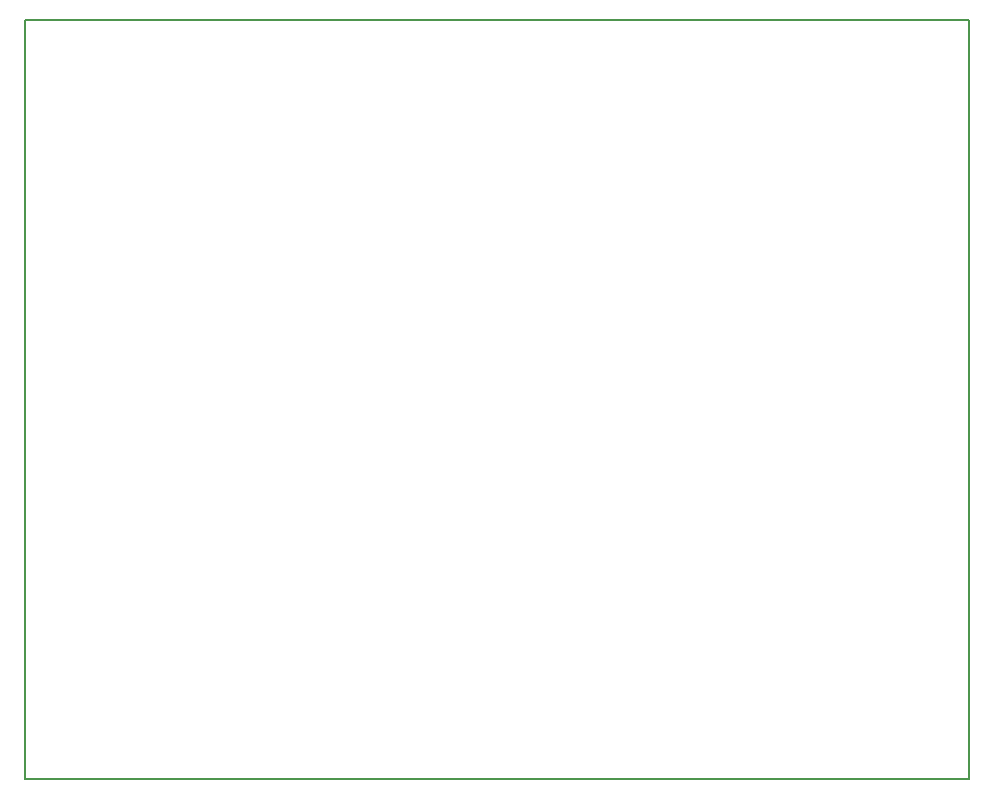
<source format=gbr>
%TF.GenerationSoftware,KiCad,Pcbnew,(5.1.10)-1*%
%TF.CreationDate,2022-05-16T19:26:02+08:00*%
%TF.ProjectId,lamp,6c616d70-2e6b-4696-9361-645f70636258,rev?*%
%TF.SameCoordinates,Original*%
%TF.FileFunction,Profile,NP*%
%FSLAX46Y46*%
G04 Gerber Fmt 4.6, Leading zero omitted, Abs format (unit mm)*
G04 Created by KiCad (PCBNEW (5.1.10)-1) date 2022-05-16 19:26:02*
%MOMM*%
%LPD*%
G01*
G04 APERTURE LIST*
%TA.AperFunction,Profile*%
%ADD10C,0.150000*%
%TD*%
G04 APERTURE END LIST*
D10*
X175000000Y-5000000D02*
X175000000Y-69300000D01*
X95000000Y-69300000D02*
X175000000Y-69300000D01*
X95000000Y-5000000D02*
X95000000Y-69300000D01*
X95000000Y-5000000D02*
X175000000Y-5000000D01*
M02*

</source>
